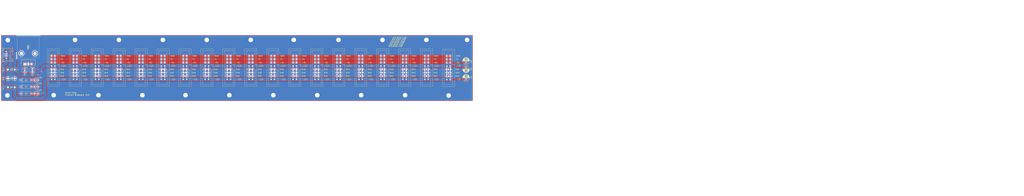
<source format=kicad_pcb>
(kicad_pcb (version 20211014) (generator pcbnew)
  (layers (0 "F.Cu" signal) (31 "B.Cu" signal) (34 "B.Paste" user) (35 "F.Paste" user) (36 "B.SilkS" user "B.Silkscreen") (37 "F.SilkS" user "F.Silkscreen") (38 "B.Mask" user) (39 "F.Mask" user) (44 "Edge.Cuts" user))
  (net 0 "")
  (net 1 "GND")
  (net 2 "+12V")
  (net 3 "+5V")
  (net 4 "Net-(D1-Pad1)")
  (net 5 "Net-(D2-Pad1)")
  (net 6 "-12V")
  (net 7 "Net-(D3-Pad2)")
  (net 8 "/Gate")
  (net 9 "/CV")
  (footprint "Connector_JST:JST_XH_B3B-XH-A_1x03_P2.50mm_Vertical" (layer "F.Cu") (at 42.799 89.408 90)
    (fp_text reference "J1" hide)
    (fp_text value "JST-XH connector")
  )
  (footprint "Resistor_THT:R_Axial_DIN0207_L6.3mm_D2.5mm_P7.62mm_Horizontal" (layer "F.Cu") (at 53.975 115.951)
    (fp_text reference "R3")
    (fp_text value "1k2")
  )
  (footprint "Resistor_THT:R_Axial_DIN0207_L6.3mm_D2.5mm_P7.62mm_Horizontal" (layer "F.Cu") (at 61.595 110.871 180)
    (fp_text reference "R1")
    (fp_text value "1k2")
  )
  (footprint "LED_THT:LED_D3.0mm" (layer "F.Cu") (at 66.675 115.951 180)
    (fp_text reference "D3" hide)
    (fp_text value "LED")
  )
  (footprint "LED_THT:LED_D3.0mm" (layer "F.Cu") (at 64.135 110.871)
    (fp_text reference "D1" hide)
    (fp_text value "LED")
  )
  (footprint "Mouser_Components:638491" (layer "F.Cu") (at 44.069 111.252)
    (fp_text reference "J4")
    (fp_text value "Q.C." hide)
  )
  (footprint "Capacitor_THT:CP_Radial_D5.0mm_P2.50mm" (layer "F.Cu") (at 388.493 105.41 90)
    (fp_text reference "C4")
    (fp_text value "CP1")
  )
  (footprint "Capacitor_THT:CP_Radial_D5.0mm_P2.50mm" (layer "F.Cu") (at 388.493 96.306 -90)
    (fp_text reference "C3")
    (fp_text value "CP1")
  )
  (footprint "Mouser_Components:638491" (layer "F.Cu") (at 44.069 97.917)
    (fp_text reference "J2")
    (fp_text value "Q.C." hide)
  )
  (footprint "Mouser_Components:638491" (layer "F.Cu") (at 44.069 104.521)
    (fp_text reference "J3")
    (fp_text value "Q.C." hide)
  )
  (footprint "LED_THT:LED_D3.0mm" (layer "F.Cu") (at 64.135 105.791)
    (fp_text reference "D2" hide)
    (fp_text value "LED")
  )
  (footprint "Connector_IDC:IDC-Header_2x08_P2.54mm_Vertical" (layer "F.Cu") (at 376.555 105.41 180)
    (fp_text reference "J23" hide)
    (fp_text value "Conn_02x08_Odd_Even")
  )
  (footprint "Resistor_THT:R_Axial_DIN0207_L6.3mm_D2.5mm_P7.62mm_Horizontal" (layer "F.Cu") (at 61.595 105.791 180)
    (fp_text reference "R2")
    (fp_text value "1k2")
  )
  (footprint "Mouser_Components:TO254P465X1016X1883-3P" (layer "F.Cu") (at 56.769 93.7514)
    (fp_text reference "U1")
    (fp_text value "uA7805" hide)
  )
  (footprint "Capacitor_THT:CP_Radial_Tantal_D4.5mm_P2.50mm" (layer "F.Cu") (at 62.484 97.155 -90)
    (fp_text reference "C2")
    (fp_text value "0.1 uF")
  )
  (footprint "Capacitor_THT:CP_Radial_Tantal_D4.5mm_P2.50mm" (layer "F.Cu") (at 56.769 97.155 -90)
    (fp_text reference "C1")
    (fp_text value "0.33 uF")
  )
  (footprint "Mouser_Components:E2AT22025E" (layer "F.Cu") (at 64.389 85.725 90)
    (fp_text reference "HS1")
    (fp_text value "Heatsink" hide)
  )
  (footprint "Connector_IDC:IDC-Header_2x08_P2.54mm_Vertical" (layer "F.Cu") (at 343.535 105.283 180)
    (fp_text reference "J21" hide)
    (fp_text value "Conn_02x08_Odd_Even")
  )
  (footprint "Connector_IDC:IDC-Header_2x08_P2.54mm_Vertical" (layer "F.Cu") (at 310.515 105.283 180)
    (fp_text reference "J19" hide)
    (fp_text value "Conn_02x08_Odd_Even")
  )
  (footprint "Connector_IDC:IDC-Header_2x08_P2.54mm_Vertical" (layer "F.Cu") (at 194.945 105.283 180)
    (fp_text reference "J12" hide)
    (fp_text value "Conn_02x08_Odd_Even")
  )
  (footprint "Connector_IDC:IDC-Header_2x08_P2.54mm_Vertical" (layer "F.Cu") (at 128.905 105.283 180)
    (fp_text reference "J8" hide)
    (fp_text value "Conn_02x08_Odd_Even")
  )
  (footprint "Connector_IDC:IDC-Header_2x08_P2.54mm_Vertical" (layer "F.Cu") (at 145.415 105.283 180)
    (fp_text reference "J9" hide)
    (fp_text value "Conn_02x08_Odd_Even")
  )
  (footprint "Connector_IDC:IDC-Header_2x08_P2.54mm_Vertical" (layer "F.Cu") (at 112.395 105.283 180)
    (fp_text reference "J7" hide)
    (fp_text value "Conn_02x08_Odd_Even")
  )
  (footprint "Connector_IDC:IDC-Header_2x08_P2.54mm_Vertical" (layer "F.Cu") (at 79.375 105.283 180)
    (fp_text reference "J5" hide)
    (fp_text value "Conn_02x08_Odd_Even")
  )
  (footprint "Connector_IDC:IDC-Header_2x08_P2.54mm_Vertical" (layer "F.Cu") (at 294.005 105.283 180)
    (fp_text reference "J18" hide)
    (fp_text value "Conn_02x08_Odd_Even")
  )
  (footprint "Connector_IDC:IDC-Header_2x08_P2.54mm_Vertical" (layer "F.Cu") (at 161.925 105.283 180)
    (fp_text reference "J10" hide)
    (fp_text value "Conn_02x08_Odd_Even")
  )
  (footprint "Connector_IDC:IDC-Header_2x08_P2.54mm_Vertical" (layer "F.Cu") (at 277.495 105.283 180)
    (fp_text reference "J17" hide)
    (fp_text value "Conn_02x08_Odd_Even")
  )
  (footprint "Connector_IDC:IDC-Header_2x08_P2.54mm_Vertical" (layer "F.Cu") (at 260.985 105.283 180)
    (fp_text reference "J16" hide)
    (fp_text value "Conn_02x08_Odd_Even")
  )
  (footprint "Connector_IDC:IDC-Header_2x08_P2.54mm_Vertical" (layer "F.Cu") (at 244.475 105.283 180)
    (fp_text reference "J15" hide)
    (fp_text value "Conn_02x08_Odd_Even")
  )
  (footprint "Connector_IDC:IDC-Header_2x08_P2.54mm_Vertical" (layer "F.Cu") (at 211.455 105.283 180)
    (fp_text reference "J13" hide)
    (fp_text value "Conn_02x08_Odd_Even")
  )
  (footprint "Connector_IDC:IDC-Header_2x08_P2.54mm_Vertical" (layer "F.Cu") (at 95.885 105.283 180)
    (fp_text reference "J6" hide)
    (fp_text value "Conn_02x08_Odd_Even")
  )
  (footprint "Connector_IDC:IDC-Header_2x08_P2.54mm_Vertical" (layer "F.Cu") (at 227.965 105.283 180)
    (fp_text reference "J14" hide)
    (fp_text value "Conn_02x08_Odd_Even")
  )
  (footprint "Connector_IDC:IDC-Header_2x08_P2.54mm_Vertical" (layer "F.Cu") (at 178.435 105.283 180)
    (fp_text reference "J11" hide)
    (fp_text value "Conn_02x08_Odd_Even")
  )
  (footprint "Connector_IDC:IDC-Header_2x08_P2.54mm_Vertical" (layer "F.Cu") (at 360.045 105.283 180)
    (fp_text reference "J22" hide)
    (fp_text value "Conn_02x08_Odd_Even")
  )
  (footprint "Connector_IDC:IDC-Header_2x08_P2.54mm_Vertical" (layer "F.Cu") (at 327.025 105.283 180)
    (fp_text reference "J20" hide)
    (fp_text value "Conn_02x08_Odd_Even")
  )
  (footprint "Capacitor_THT:CP_Radial_D5.0mm_P2.50mm" (layer "F.Cu") (at 388.493 92.71 90)
    (fp_text reference "C5")
    (fp_text value "CP1")
  )
  (footprint "" (layer "F.Cu") (at 497.84 45.72)
    (fp_text reference "")
    (fp_text value "")
  )
  (footprint "" (layer "F.Cu") (at 129.54 116.84)
    (fp_text reference "")
    (fp_text value "")
  )
  (gr_line (start 38.735 121.755) (end 393.735 121.755) (layer "Edge.Cuts") (width 0.0254))
  (gr_line (start 38.735 71.755) (end 38.735 121.755) (layer "Edge.Cuts") (width 0.0254))
  (gr_line (start 393.735 71.755) (end 393.735 121.755) (layer "Edge.Cuts") (width 0.0254))
  (gr_line (start 38.735 71.755) (end 393.735 71.755) (layer "Edge.Cuts") (width 0.0254))
  (gr_text "ACID SAVES LIVES!" (at 336.55 77.724) (layer "F.SilkS") (effects (font (size 0.746 0.746) (thickness 0.15) italic)))
  (gr_text "ACID SAVES LIVES!" (at 335.28 80.264) (layer "F.SilkS") (effects (font (size 0.746 0.746) (thickness 0.15) italic)))
  (gr_text "ACID SAVES LIVES!" (at 335.915 78.994) (layer "F.SilkS") (effects (font (size 0.746 0.746) (thickness 0.15) italic)))
  (gr_text "ACID SAVES LIVES!" (at 337.185 76.454) (layer "F.SilkS") (effects (font (size 0.746 0.746) (thickness 0.15) italic)))
  (gr_text "ACID SAVES LIVES!" (at 337.82 75.184) (layer "F.SilkS") (effects (font (size 0.746 0.746) (thickness 0.15) italic)))
  (gr_text "ACID SAVES LIVES!" (at 338.455 73.914) (layer "F.SilkS") (effects (font (size 0.746 0.746) (thickness 0.15) italic)))
  (gr_text "+5v" (at 364.109 92.583) (layer "F.SilkS") (effects (font (size 1 1)) (justify left)))
  (gr_text "+12v" (at 364.109 95.123) (layer "F.SilkS") (effects (font (size 1 1)) (justify left)))
  (gr_text "CV" (at 100.076 90.043) (layer "F.SilkS") (effects (font (size 1 1)) (justify left)))
  (gr_text "+12v" (at 83.566 95.123) (layer "F.SilkS") (effects (font (size 1 1)) (justify left)))
  (gr_text "+12v" (at 100.076 95.123) (layer "F.SilkS") (effects (font (size 1 1)) (justify left)))
  (gr_text "+5v" (at 83.566 92.583) (layer "F.SilkS") (effects (font (size 1 1)) (justify left)))
  (gr_text "Gnd" (at 101.346 102.743) (layer "F.SilkS") (effects (font (size 1 1))))
  (gr_text "CV" (at 149.606 90.043) (layer "F.SilkS") (effects (font (size 1 1)) (justify left)))
  (gr_text "CV" (at 83.566 90.043) (layer "F.SilkS") (effects (font (size 1 1)) (justify left)))
  (gr_text "Gate" (at 133.096 87.503) (layer "F.SilkS") (effects (font (size 1 1)) (justify left)))
  (gr_text "-12v" (at 166.116 105.283) (layer "F.SilkS") (effects (font (size 1 1)) (justify left)))
  (gr_text "Gnd" (at 84.836 97.663) (layer "F.SilkS") (effects (font (size 1 1))))
  (gr_text "-12v" (at 149.606 105.283) (layer "F.SilkS") (effects (font (size 1 1)) (justify left)))
  (gr_text "Gnd" (at 134.366 97.663) (layer "F.SilkS") (effects (font (size 1 1))))
  (gr_text "Gate" (at 83.566 87.503) (layer "F.SilkS") (effects (font (size 1 1)) (justify left)))
  (gr_text "-12v" (at 83.566 105.283) (layer "F.SilkS") (effects (font (size 1 1)) (justify left)))
  (gr_text "Gnd" (at 101.346 100.203) (layer "F.SilkS") (effects (font (size 1 1))))
  (gr_text "Gnd" (at 150.876 102.743) (layer "F.SilkS") (effects (font (size 1 1))))
  (gr_text "+5v" (at 133.096 92.583) (layer "F.SilkS") (effects (font (size 1 1)) (justify left)))
  (gr_text "Gate" (at 149.606 87.503) (layer "F.SilkS") (effects (font (size 1 1)) (justify left)))
  (gr_text "Gate" (at 166.116 87.503) (layer "F.SilkS") (effects (font (size 1 1)) (justify left)))
  (gr_text "Gnd" (at 84.836 100.203) (layer "F.SilkS") (effects (font (size 1 1))))
  (gr_text "CV" (at 133.096 90.043) (layer "F.SilkS") (effects (font (size 1 1)) (justify left)))
  (gr_text "Gnd" (at 84.836 102.743) (layer "F.SilkS") (effects (font (size 1 1))))
  (gr_text "-12v" (at 100.076 105.283) (layer "F.SilkS") (effects (font (size 1 1)) (justify left)))
  (gr_text "+5v" (at 116.586 92.583) (layer "F.SilkS") (effects (font (size 1 1)) (justify left)))
  (gr_text "+12v" (at 116.586 95.123) (layer "F.SilkS") (effects (font (size 1 1)) (justify left)))
  (gr_text "+12v" (at 133.096 95.123) (layer "F.SilkS") (effects (font (size 1 1)) (justify left)))
  (gr_text "-12v" (at 133.096 105.283) (layer "F.SilkS") (effects (font (size 1 1)) (justify left)))
  (gr_text "Gnd" (at 134.366 100.203) (layer "F.SilkS") (effects (font (size 1 1))))
  (gr_text "Gnd" (at 117.856 100.203) (layer "F.SilkS") (effects (font (size 1 1))))
  (gr_text "+12v" (at 149.606 95.123) (layer "F.SilkS") (effects (font (size 1 1)) (justify left)))
  (gr_text "+5v" (at 149.606 92.583) (layer "F.SilkS") (effects (font (size 1 1)) (justify left)))
  (gr_text "+12v" (at 166.116 95.123) (layer "F.SilkS") (effects (font (size 1 1)) (justify left)))
  (gr_text "Gate" (at 100.076 87.503) (layer "F.SilkS") (effects (font (size 1 1)) (justify left)))
  (gr_text "Gnd" (at 101.346 97.663) (layer "F.SilkS") (effects (font (size 1 1))))
  (gr_text "Gate" (at 116.586 87.503) (layer "F.SilkS") (effects (font (size 1 1)) (justify left)))
  (gr_text "Gnd" (at 117.856 97.663) (layer "F.SilkS") (effects (font (size 1 1))))
  (gr_text "+5v" (at 100.076 92.583) (layer "F.SilkS") (effects (font (size 1 1)) (justify left)))
  (gr_text "CV" (at 116.586 90.043) (layer "F.SilkS") (effects (font (size 1 1)) (justify left)))
  (gr_text "Gnd" (at 150.876 97.663) (layer "F.SilkS") (effects (font (size 1 1))))
  (gr_text "Gnd" (at 117.856 102.743) (layer "F.SilkS") (effects (font (size 1 1))))
  (gr_text "Gnd" (at 150.876 100.203) (layer "F.SilkS") (effects (font (size 1 1))))
  (gr_text "-12v" (at 116.586 105.283) (layer "F.SilkS") (effects (font (size 1 1)) (justify left)))
  (gr_text "Gnd" (at 134.366 102.743) (layer "F.SilkS") (effects (font (size 1 1))))
  (gr_text "Gnd" (at 167.386 97.663) (layer "F.SilkS") (effects (font (size 1 1))))
  (gr_text "+5v" (at 166.116 92.583) (layer "F.SilkS") (effects (font (size 1 1)) (justify left)))
  (gr_text "Gnd" (at 233.426 97.663) (layer "F.SilkS") (effects (font (size 1 1))))
  (gr_text "-12v" (at 298.196 105.283) (layer "F.SilkS") (effects (font (size 1 1)) (justify left)))
  (gr_text "+12v" (at 182.626 95.123) (layer "F.SilkS") (effects (font (size 1 1)) (justify left)))
  (gr_text "Gnd" (at 216.916 102.743) (layer "F.SilkS") (effects (font (size 1 1))))
  (gr_text "CV" (at 182.626 90.043) (layer "F.SilkS") (effects (font (size 1 1)) (justify left)))
  (gr_text "+12v" (at 232.156 95.123) (layer "F.SilkS") (effects (font (size 1 1)) (justify left)))
  (gr_text "Gnd" (at 183.896 100.203) (layer "F.SilkS") (effects (font (size 1 1))))
  (gr_text "Gnd" (at 183.896 97.663) (layer "F.SilkS") (effects (font (size 1 1))))
  (gr_text "Gate" (at 281.686 87.503) (layer "F.SilkS") (effects (font (size 1 1)) (justify left)))
  (gr_text "+12v" (at 199.136 95.123) (layer "F.SilkS") (effects (font (size 1 1)) (justify left)))
  (gr_text "Gnd" (at 200.406 102.743) (layer "F.SilkS") (effects (font (size 1 1))))
  (gr_text "CV" (at 199.136 90.043) (layer "F.SilkS") (effects (font (size 1 1)) (justify left)))
  (gr_text "Gnd" (at 200.406 97.663) (layer "F.SilkS") (effects (font (size 1 1))))
  (gr_text "+5v" (at 199.136 92.583) (layer "F.SilkS") (effects (font (size 1 1)) (justify left)))
  (gr_text "-12v" (at 215.646 105.283) (layer "F.SilkS") (effects (font (size 1 1)) (justify left)))
  (gr_text "Gnd" (at 266.446 100.203) (layer "F.SilkS") (effects (font (size 1 1))))
  (gr_text "Gnd" (at 233.426 102.743) (layer "F.SilkS") (effects (font (size 1 1))))
  (gr_text "Gnd" (at 216.916 97.663) (layer "F.SilkS") (effects (font (size 1 1))))
  (gr_text "+5v" (at 215.646 92.583) (layer "F.SilkS") (effects (font (size 1 1)) (justify left)))
  (gr_text "+12v" (at 281.686 95.123) (layer "F.SilkS") (effects (font (size 1 1)) (justify left)))
  (gr_text "Gate" (at 215.646 87.503) (layer "F.SilkS") (effects (font (size 1 1)) (justify left)))
  (gr_text "Gnd" (at 233.426 100.203) (layer "F.SilkS") (effects (font (size 1 1))))
  (gr_text "+5v" (at 248.666 92.583) (layer "F.SilkS") (effects (font (size 1 1)) (justify left)))
  (gr_text "+5v" (at 232.156 92.583) (layer "F.SilkS") (effects (font (size 1 1)) (justify left)))
  (gr_text "Gnd" (at 282.956 97.663) (layer "F.SilkS") (effects (font (size 1 1))))
  (gr_text "+12v" (at 215.646 95.123) (layer "F.SilkS") (effects (font (size 1 1)) (justify left)))
  (gr_text "CV" (at 248.666 90.043) (layer "F.SilkS") (effects (font (size 1 1)) (justify left)))
  (gr_text "Gate" (at 248.666 87.503) (layer "F.SilkS") (effects (font (size 1 1)) (justify left)))
  (gr_text "Gnd" (at 282.956 100.203) (layer "F.SilkS") (effects (font (size 1 1))))
  (gr_text "CV" (at 232.156 90.043) (layer "F.SilkS") (effects (font (size 1 1)) (justify left)))
  (gr_text "-12v" (at 232.156 105.283) (layer "F.SilkS") (effects (font (size 1 1)) (justify left)))
  (gr_text "-12v" (at 248.666 105.283) (layer "F.SilkS") (effects (font (size 1 1)) (justify left)))
  (gr_text "+5v" (at 265.176 92.583) (layer "F.SilkS") (effects (font (size 1 1)) (justify left)))
  (gr_text "Gnd" (at 266.446 97.663) (layer "F.SilkS") (effects (font (size 1 1))))
  (gr_text "Gnd" (at 216.916 100.203) (layer "F.SilkS") (effects (font (size 1 1))))
  (gr_text "-12v" (at 265.176 105.283) (layer "F.SilkS") (effects (font (size 1 1)) (justify left)))
  (gr_text "Gnd" (at 249.936 102.743) (layer "F.SilkS") (effects (font (size 1 1))))
  (gr_text "Gnd" (at 249.936 100.203) (layer "F.SilkS") (effects (font (size 1 1))))
  (gr_text "Gnd" (at 266.446 102.743) (layer "F.SilkS") (effects (font (size 1 1))))
  (gr_text "+12v" (at 298.196 95.123) (layer "F.SilkS") (effects (font (size 1 1)) (justify left)))
  (gr_text "Gate" (at 298.196 87.503) (layer "F.SilkS") (effects (font (size 1 1)) (justify left)))
  (gr_text "-12v" (at 182.626 105.283) (layer "F.SilkS") (effects (font (size 1 1)) (justify left)))
  (gr_text "Gate" (at 265.176 87.503) (layer "F.SilkS") (effects (font (size 1 1)) (justify left)))
  (gr_text "Gate" (at 232.156 87.503) (layer "F.SilkS") (effects (font (size 1 1)) (justify left)))
  (gr_text "+12v" (at 248.666 95.123) (layer "F.SilkS") (effects (font (size 1 1)) (justify left)))
  (gr_text "+12v" (at 265.176 95.123) (layer "F.SilkS") (effects (font (size 1 1)) (justify left)))
  (gr_text "Gate" (at 182.626 87.503) (layer "F.SilkS") (effects (font (size 1 1)) (justify left)))
  (gr_text "-12v" (at 281.686 105.283) (layer "F.SilkS") (effects (font (size 1 1)) (justify left)))
  (gr_text "Gnd" (at 249.936 97.663) (layer "F.SilkS") (effects (font (size 1 1))))
  (gr_text "CV" (at 265.176 90.043) (layer "F.SilkS") (effects (font (size 1 1)) (justify left)))
  (gr_text "Gnd" (at 183.896 102.743) (layer "F.SilkS") (effects (font (size 1 1))))
  (gr_text "Gate" (at 199.136 87.503) (layer "F.SilkS") (effects (font (size 1 1)) (justify left)))
  (gr_text "-12v" (at 199.136 105.283) (layer "F.SilkS") (effects (font (size 1 1)) (justify left)))
  (gr_text "CV" (at 215.646 90.043) (layer "F.SilkS") (effects (font (size 1 1)) (justify left)))
  (gr_text "Gnd" (at 282.956 102.743) (layer "F.SilkS") (effects (font (size 1 1))))
  (gr_text "CV" (at 281.686 90.043) (layer "F.SilkS") (effects (font (size 1 1)) (justify left)))
  (gr_text "Gnd" (at 167.386 102.743) (layer "F.SilkS") (effects (font (size 1 1))))
  (gr_text "CV" (at 166.116 90.043) (layer "F.SilkS") (effects (font (size 1 1)) (justify left)))
  (gr_text "Gnd" (at 167.386 100.203) (layer "F.SilkS") (effects (font (size 1 1))))
  (gr_text "+5v" (at 182.626 92.583) (layer "F.SilkS") (effects (font (size 1 1)) (justify left)))
  (gr_text "Gnd" (at 200.406 100.203) (layer "F.SilkS") (effects (font (size 1 1))))
  (gr_text "+5v" (at 281.686 92.583) (layer "F.SilkS") (effects (font (size 1 1)) (justify left)))
  (gr_text "CV" (at 364.236 90.043) (layer "F.SilkS") (effects (font (size 1 1)) (justify left)))
  (gr_text "Gate" (at 314.706 87.503) (layer "F.SilkS") (effects (font (size 1 1)) (justify left)))
  (gr_text "-12v" (at 314.706 105.283) (layer "F.SilkS") (effects (font (size 1 1)) (justify left)))
  (gr_text "Gate" (at 331.216 87.503) (layer "F.SilkS") (effects (font (size 1 1)) (justify left)))
  (gr_text "CV" (at 331.216 90.043) (layer "F.SilkS") (effects (font (size 1 1)) (justify left)))
  (gr_text "Gnd" (at 332.486 100.203) (layer "F.SilkS") (effects (font (size 1 1))))
  (gr_text "Gnd" (at 348.996 97.663) (layer "F.SilkS") (effects (font (size 1 1))))
  (gr_text "Gate" (at 364.236 87.503) (layer "F.SilkS") (effects (font (size 1 1)) (justify left)))
  (gr_text "Gnd" (at 365.506 102.743) (layer "F.SilkS") (effects (font (size 1 1))))
  (gr_text "Gnd" (at 365.506 97.663) (layer "F.SilkS") (effects (font (size 1 1))))
  (gr_text "Gnd" (at 315.976 102.743) (layer "F.SilkS") (effects (font (size 1 1))))
  (gr_text "-12v" (at 347.726 105.283) (layer "F.SilkS") (effects (font (size 1 1)) (justify left)))
  (gr_text "CV" (at 314.706 90.043) (layer "F.SilkS") (effects (font (size 1 1)) (justify left)))
  (gr_text "-12v" (at 331.216 105.283) (layer "F.SilkS") (effects (font (size 1 1)) (justify left)))
  (gr_text "Gate" (at 347.726 87.503) (layer "F.SilkS") (effects (font (size 1 1)) (justify left)))
  (gr_text "Gnd" (at 332.486 102.743) (layer "F.SilkS") (effects (font (size 1 1))))
  (gr_text "Gnd" (at 315.976 100.203) (layer "F.SilkS") (effects (font (size 1 1))))
  (gr_text "Gnd" (at 315.976 97.663) (layer "F.SilkS") (effects (font (size 1 1))))
  (gr_text "+5v" (at 314.706 92.583) (layer "F.SilkS") (effects (font (size 1 1)) (justify left)))
  (gr_text "CV" (at 347.726 90.043) (layer "F.SilkS") (effects (font (size 1 1)) (justify left)))
  (gr_text "Gnd" (at 348.996 100.203) (layer "F.SilkS") (effects (font (size 1 1))))
  (gr_text "+5v" (at 347.726 92.583) (layer "F.SilkS") (effects (font (size 1 1)) (justify left)))
  (gr_text "+12v" (at 331.216 95.123) (layer "F.SilkS") (effects (font (size 1 1)) (justify left)))
  (gr_text "Gnd" (at 332.486 97.663) (layer "F.SilkS") (effects (font (size 1 1))))
  (gr_text "Gnd" (at 365.506 100.203) (layer "F.SilkS") (effects (font (size 1 1))))
  (gr_text "Gnd" (at 299.466 102.743) (layer "F.SilkS") (effects (font (size 1 1))))
  (gr_text "CV" (at 298.196 90.043) (layer "F.SilkS") (effects (font (size 1 1)) (justify left)))
  (gr_text "+5v" (at 331.216 92.583) (layer "F.SilkS") (effects (font (size 1 1)) (justify left)))
  (gr_text "+12v" (at 347.726 95.123) (layer "F.SilkS") (effects (font (size 1 1)) (justify left)))
  (gr_text "Gnd" (at 299.466 100.203) (layer "F.SilkS") (effects (font (size 1 1))))
  (gr_text "Gnd" (at 299.466 97.663) (layer "F.SilkS") (effects (font (size 1 1))))
  (gr_text "+5v" (at 298.196 92.583) (layer "F.SilkS") (effects (font (size 1 1)) (justify left)))
  (gr_text "+12v" (at 314.706 95.123) (layer "F.SilkS") (effects (font (size 1 1)) (justify left)))
  (gr_text "Gnd" (at 348.996 102.743) (layer "F.SilkS") (effects (font (size 1 1))))
  (gr_text "-12v" (at 363.982 105.283) (layer "F.SilkS") (effects (font (size 1 1)) (justify left)))
  (gr_text "Gnd" (at 382.016 102.743) (layer "F.SilkS") (effects (font (size 1 1))))
  (gr_text "Gnd" (at 382.016 100.203) (layer "F.SilkS") (effects (font (size 1 1))))
  (gr_text "-12v" (at 380.746 105.283) (layer "F.SilkS") (effects (font (size 1 1)) (justify left)))
  (gr_text "Gate" (at 380.746 87.503) (layer "F.SilkS") (effects (font (size 1 1)) (justify left)))
  (gr_text "Gnd" (at 382.016 97.663) (layer "F.SilkS") (effects (font (size 1 1))))
  (gr_text "CV" (at 380.746 90.043) (layer "F.SilkS") (effects (font (size 1 1)) (justify left)))
  (gr_text "+5v" (at 380.746 92.583) (layer "F.SilkS") (effects (font (size 1 1)) (justify left)))
  (gr_text "+12v" (at 380.746 95.123) (layer "F.SilkS") (effects (font (size 1 1)) (justify left)))
  (gr_text "+12v" (at 47.498 83.058 270) (layer "F.SilkS") (effects (font (size 1 1))))
  (gr_text "+12v" (at 67.691 108.331) (layer "F.SilkS") (effects (font (size 1 1))))
  (gr_text "-12v" (at 47.498 90.424 270) (layer "F.SilkS") (effects (font (size 1 1))))
  (gr_text "+12v" (at 40.64 97.79 270) (layer "F.SilkS") (effects (font (size 1 1))))
  (gr_text "G" (at 47.498 86.614 270) (layer "F.SilkS") (effects (font (size 1 1))))
  (gr_text "Gnd" (at 40.64 104.648 270) (layer "F.SilkS") (effects (font (size 1 1))))
  (gr_text "Weird Vibes\nEurorack Busboard v0.0" (at 86.995 116.205) (layer "F.SilkS") (effects (font (size 1 1)) (justify left)))
  (gr_text "+5v" (at 68.326 103.886) (layer "F.SilkS") (effects (font (size 1 1))))
  (gr_text "-12v" (at 40.64 111.125 270) (layer "F.SilkS") (effects (font (size 1 1))))
  (gr_text "-12v" (at 67.691 113.411) (layer "F.SilkS") (effects (font (size 1 1))))
  (via (at 127.508 75.565) (size 4) (drill 3.400001) (layers "F.Cu" "B.Cu") (net 1))
  (via (at 389.255 75.565) (size 4) (drill 3.400001) (layers "F.Cu" "B.Cu") (net 1))
  (via (at 292.608 75.565) (size 4) (drill 3.400001) (layers "F.Cu" "B.Cu") (net 1))
  (via (at 258.953 75.565) (size 4) (drill 3.400001) (layers "F.Cu" "B.Cu") (net 1))
  (via (at 226.568 75.565) (size 4) (drill 3.400001) (layers "F.Cu" "B.Cu") (net 1))
  (via (at 193.548 75.565) (size 4) (drill 3.400001) (layers "F.Cu" "B.Cu") (net 1))
  (via (at 43.942 75.692) (size 4) (drill 3.400001) (layers "F.Cu" "B.Cu") (net 1))
  (via (at 94.488 75.565) (size 4) (drill 3.400001) (layers "F.Cu" "B.Cu") (net 1))
  (via (at 210.566 117.221) (size 4) (drill 3.400001) (layers "F.Cu" "B.Cu") (net 1))
  (via (at 112.141 117.221) (size 4) (drill 3.400001) (layers "F.Cu" "B.Cu") (net 1))
  (via (at 309.626 117.221) (size 4) (drill 3.400001) (layers "F.Cu" "B.Cu") (net 1))
  (via (at 276.606 117.221) (size 4) (drill 3.400001) (layers "F.Cu" "B.Cu") (net 1))
  (via (at 145.161 117.221) (size 4) (drill 3.400001) (layers "F.Cu" "B.Cu") (net 1))
  (via (at 243.586 117.221) (size 4) (drill 3.400001) (layers "F.Cu" "B.Cu") (net 1))
  (via (at 177.546 117.221) (size 4) (drill 3.400001) (layers "F.Cu" "B.Cu") (net 1))
  (via (at 342.646 117.221) (size 4) (drill 3.400001) (layers "F.Cu" "B.Cu") (net 1))
  (via (at 375.412 117.475) (size 4) (drill 3.400001) (layers "F.Cu" "B.Cu") (net 1))
  (via (at 43.688 117.348) (size 4) (drill 3.400001) (layers "F.Cu" "B.Cu") (net 1))
  (via (at 78.486 117.221) (size 4) (drill 3.400001) (layers "F.Cu" "B.Cu") (net 1))
  (via (at 358.648 75.565) (size 4) (drill 3.400001) (layers "F.Cu" "B.Cu") (net 1))
  (via (at 160.528 75.565) (size 4) (drill 3.400001) (layers "F.Cu" "B.Cu") (net 1))
  (via (at 325.628 75.565) (size 4) (drill 3.400001) (layers "F.Cu" "B.Cu") (net 1))
  (segment (start 68.199 110.871) (end 69.215 109.855) (width 0.254) (layer "F.Cu") (net 2))
  (segment (start 52.705 97.917) (end 53.467 97.155) (width 0.254) (layer "F.Cu") (net 2))
  (segment (start 69.215 97.79) (end 71.882 95.123) (width 0.254) (layer "F.Cu") (net 2))
  (segment (start 66.675 110.871) (end 68.199 110.871) (width 0.254) (layer "F.Cu") (net 2))
  (segment (start 71.882 95.123) (end 76.835 95.123) (width 0.254) (layer "F.Cu") (net 2))
  (segment (start 53.467 97.155) (end 56.769 97.155) (width 0.254) (layer "F.Cu") (net 2))
  (segment (start 56.769 93.7514) (end 56.769 97.155) (width 0.254) (layer "F.Cu") (net 2))
  (segment (start 49.149 97.917) (end 52.705 97.917) (width 0.254) (layer "F.Cu") (net 2))
  (segment (start 69.215 109.855) (end 69.215 97.79) (width 0.254) (layer "F.Cu") (net 2))
  (segment (start 56.134 97.79) (end 56.769 97.155) (width 0.25) (layer "B.Cu") (net 2))
  (segment (start 64.135 102.235) (end 71.247 95.123) (width 2.54) (layer "B.Cu") (net 2))
  (segment (start 112.653602 95.123) (end 375.92 95.123) (width 2.54) (layer "B.Cu") (net 2))
  (segment (start 42.799 84.408) (end 47.578 84.408) (width 2.54) (layer "B.Cu") (net 2))
  (segment (start 376.555 95.25) (end 381.508 95.25) (width 0.254) (layer "B.Cu") (net 2))
  (segment (start 71.247 95.123) (end 76.835 95.123) (width 2.54) (layer "B.Cu") (net 2))
  (segment (start 79.375 95.123) (end 76.835 95.123) (width 2.54) (layer "B.Cu") (net 2))
  (segment (start 49.149 85.979) (end 49.149 97.917) (width 2.54) (layer "B.Cu") (net 2))
  (segment (start 93.345 95.123) (end 79.375 95.123) (width 2.54) (layer "B.Cu") (net 2))
  (segment (start 381.508 95.25) (end 382.564 96.306) (width 0.254) (layer "B.Cu") (net 2))
  (segment (start 47.578 84.408) (end 49.149 85.979) (width 2.54) (layer "B.Cu") (net 2))
  (segment (start 49.149 97.917) (end 53.467 102.235) (width 2.54) (layer "B.Cu") (net 2))
  (segment (start 92.71 95.123) (end 112.653602 95.123) (width 2.54) (layer "B.Cu") (net 2))
  (segment (start 44.069 97.917) (end 49.149 97.917) (width 2.54) (layer "B.Cu") (net 2))
  (segment (start 382.564 96.306) (end 388.493 96.306) (width 0.254) (layer "B.Cu") (net 2))
  (segment (start 53.467 102.235) (end 64.135 102.235) (width 2.54) (layer "B.Cu") (net 2))
  (segment (start 69.5198 92.583) (end 76.835 92.583) (width 0.254) (layer "F.Cu") (net 3))
  (segment (start 62.484 96.139) (end 62.484 97.155) (width 0.254) (layer "F.Cu") (net 3))
  (segment (start 61.849 95.504) (end 62.484 96.139) (width 0.254) (layer "F.Cu") (net 3))
  (segment (start 61.849 93.7514) (end 68.3514 93.7514) (width 0.254) (layer "F.Cu") (net 3))
  (segment (start 66.675 105.791) (end 66.675 97.79) (width 0.254) (layer "F.Cu") (net 3))
  (segment (start 66.675 97.79) (end 66.04 97.155) (width 0.254) (layer "F.Cu") (net 3))
  (segment (start 61.849 93.7514) (end 61.849 95.504) (width 0.254) (layer "F.Cu") (net 3))
  (segment (start 68.3514 93.7514) (end 69.5198 92.583) (width 0.254) (layer "F.Cu") (net 3))
  (segment (start 66.04 97.155) (end 62.484 97.155) (width 0.254) (layer "F.Cu") (net 3))
  (segment (start 376.555 92.71) (end 388.493 92.71) (width 0.254) (layer "B.Cu") (net 3))
  (segment (start 92.71 92.583) (end 375.92 92.583) (width 0.254) (layer "B.Cu") (net 3))
  (segment (start 79.375 92.583) (end 76.835 92.583) (width 0.254) (layer "B.Cu") (net 3))
  (segment (start 93.345 92.583) (end 79.375 92.583) (width 0.254) (layer "B.Cu") (net 3))
  (segment (start 61.595 110.871) (end 64.135 110.871) (width 0.254) (layer "F.Cu") (net 4))
  (segment (start 61.595 105.791) (end 64.135 105.791) (width 0.254) (layer "F.Cu") (net 5))
  (segment (start 71.755 106.045) (end 71.755 114.3) (width 0.254) (layer "F.Cu") (net 6))
  (segment (start 70.104 115.951) (end 66.675 115.951) (width 0.254) (layer "F.Cu") (net 6))
  (segment (start 76.835 105.283) (end 72.517 105.283) (width 0.254) (layer "F.Cu") (net 6))
  (segment (start 71.755 114.3) (end 70.104 115.951) (width 0.254) (layer "F.Cu") (net 6))
  (segment (start 72.517 105.283) (end 71.755 106.045) (width 0.254) (layer "F.Cu") (net 6))
  (segment (start 92.71 105.283) (end 95.25 105.283) (width 2.54) (layer "B.Cu") (net 6))
  (segment (start 44.069 111.252) (end 49.149 111.252) (width 2.54) (layer "B.Cu") (net 6))
  (segment (start 71.755 106.68) (end 73.152 105.283) (width 2.54) (layer "B.Cu") (net 6))
  (segment (start 71.755 118.11) (end 71.755 106.68) (width 2.54) (layer "B.Cu") (net 6))
  (segment (start 40.894 94.488) (end 40.894 109.22) (width 2.54) (layer "B.Cu") (net 6))
  (segment (start 42.926 111.252) (end 44.069 111.252) (width 2.54) (layer "B.Cu") (net 6))
  (segment (start 95.25 105.283) (end 109.22 105.283) (width 2.54) (layer "B.Cu") (net 6))
  (segment (start 49.149 111.252) (end 49.149 117.729) (width 2.54) (layer "B.Cu") (net 6))
  (segment (start 42.799 92.583) (end 40.894 94.488) (width 2.54) (layer "B.Cu") (net 6))
  (segment (start 79.375 105.283) (end 76.835 105.283) (width 2.54) (layer "B.Cu") (net 6))
  (segment (start 40.894 109.22) (end 42.926 111.252) (width 2.54) (layer "B.Cu") (net 6))
  (segment (start 108.331 105.283) (end 111.76 105.283) (width 2.54) (layer "B.Cu") (net 6))
  (segment (start 108.331 105.283) (end 353.1236 105.283) (width 2.54) (layer "B.Cu") (net 6))
  (segment (start 70.485 119.38) (end 71.755 118.11) (width 2.54) (layer "B.Cu") (net 6))
  (segment (start 73.152 105.283) (end 76.835 105.283) (width 2.54) (layer "B.Cu") (net 6))
  (segment (start 93.345 105.283) (end 79.375 105.283) (width 2.54) (layer "B.Cu") (net 6))
  (segment (start 49.149 117.729) (end 50.8 119.38) (width 2.54) (layer "B.Cu") (net 6))
  (segment (start 50.8 119.38) (end 70.485 119.38) (width 2.54) (layer "B.Cu") (net 6))
  (segment (start 42.799 89.408) (end 42.799 92.583) (width 2.54) (layer "B.Cu") (net 6))
  (segment (start 92.71 105.283) (end 108.331 105.283) (width 2.54) (layer "B.Cu") (net 6))
  (segment (start 376.555 105.41) (end 388.493 105.41) (width 0.254) (layer "B.Cu") (net 6))
  (segment (start 353.1236 105.283) (end 375.92 105.283) (width 2.54) (layer "B.Cu") (net 6))
  (segment (start 61.595 115.951) (end 64.135 115.951) (width 0.254) (layer "F.Cu") (net 7))
  (segment (start 79.375 87.503) (end 76.835 87.503) (width 0.254) (layer "B.Cu") (net 8))
  (segment (start 93.345 87.503) (end 79.375 87.503) (width 0.254) (layer "B.Cu") (net 8))
  (segment (start 92.71 87.503) (end 375.92 87.503) (width 0.254) (layer "B.Cu") (net 8))
  (segment (start 93.345 90.043) (end 79.375 90.043) (width 0.254) (layer "B.Cu") (net 9))
  (segment (start 79.375 90.043) (end 76.835 90.043) (width 0.254) (layer "B.Cu") (net 9))
  (segment (start 375.92 90.043) (end 92.71 90.043) (width 0.254) (layer "B.Cu") (net 9))
  (zone (net 1) (net_name "GND") (layer "F.Cu") (connect_pads (clearance 0.254)) (min_thickness 0.254) (fill yes (thermal_gap 0.508) (thermal_bridge_width 0.508))
    (polygon (pts (xy 394.97 121.92) (xy 38.1 121.92) (xy 38.1 71.12) (xy 394.97 71.12)))
    (polygon (pts (xy 50.165 71.755) (xy 50.165 90.17) (xy 68.58 90.17) (xy 68.58 71.755)))
  )
  (zone (net 1) (net_name "GND") (layer "B.Cu") (connect_pads (clearance 0.508)) (min_thickness 0.254) (fill yes (thermal_gap 0.508) (thermal_bridge_width 0.508))
    (polygon (pts (xy 394.97 121.92) (xy 38.1 121.92) (xy 38.1 71.12) (xy 394.97 71.12)))
  )
)
</source>
